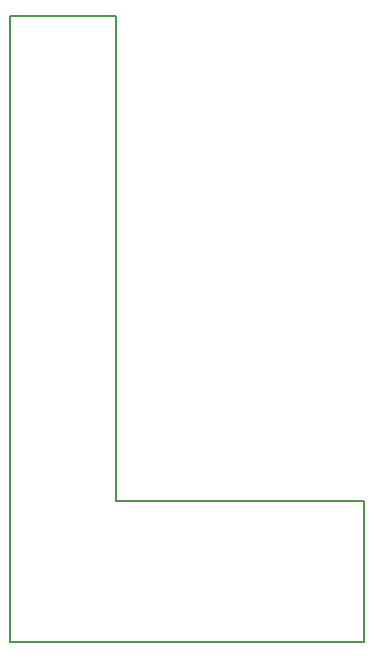
<source format=gbr>
G04 #@! TF.GenerationSoftware,KiCad,Pcbnew,(5.0.1)-rc2*
G04 #@! TF.CreationDate,2019-03-21T01:05:14-07:00*
G04 #@! TF.ProjectId,littlebeepboop,6C6974746C6562656570626F6F702E6B,rev?*
G04 #@! TF.SameCoordinates,Original*
G04 #@! TF.FileFunction,Profile,NP*
%FSLAX46Y46*%
G04 Gerber Fmt 4.6, Leading zero omitted, Abs format (unit mm)*
G04 Created by KiCad (PCBNEW (5.0.1)-rc2) date 3/21/2019 1:05:14 AM*
%MOMM*%
%LPD*%
G01*
G04 APERTURE LIST*
%ADD10C,0.150000*%
G04 APERTURE END LIST*
D10*
X166000000Y-87000000D02*
X157000000Y-87000000D01*
X166000000Y-128000000D02*
X166000000Y-87000000D01*
X187000000Y-128000000D02*
X166000000Y-128000000D01*
X187000000Y-140000000D02*
X187000000Y-128000000D01*
X157000000Y-140000000D02*
X187000000Y-140000000D01*
X157000000Y-87000000D02*
X157000000Y-140000000D01*
M02*

</source>
